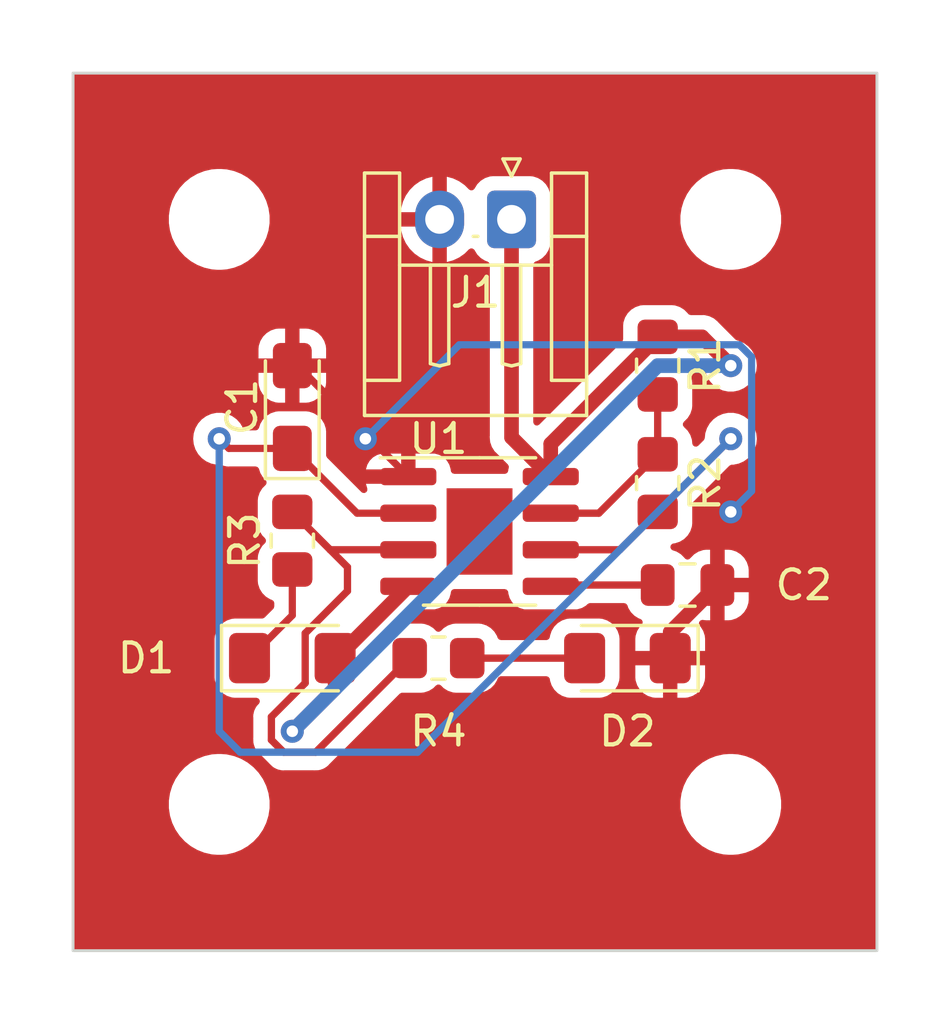
<source format=kicad_pcb>
(kicad_pcb (version 20221018) (generator pcbnew)
  (layers (0 "F.Cu" signal) (31 "B.Cu" signal) (34 "B.Paste" user) (35 "F.Paste" user) (36 "B.SilkS" user "B.Silkscreen") (37 "F.SilkS" user "F.Silkscreen") (38 "B.Mask" user) (39 "F.Mask" user) (44 "Edge.Cuts" user))
  (net 0 "")
  (net 1 "/pin_2")
  (net 2 "GND")
  (net 3 "Net-(U1-CV)")
  (net 4 "Net-(D1-K)")
  (net 5 "+9V")
  (net 6 "Net-(D2-A)")
  (net 7 "/pin_7")
  (net 8 "/pin_3")
  (footprint "Package_SO:SOIC-8-1EP_3.9x4.9mm_P1.27mm_EP2.29x3mm" (layer "F.Cu") (at 146.2075 102.28)
    (fp_text reference "U1" (at -1.4275 -3.22) (layer "F.SilkS"))
    (fp_text value "NE555D")
    (fp_line (start 0 -2.56) (end -3.45 -2.56) (stroke (width 0.12)) (layer "F.SilkS"))
    (fp_line (start 0 -2.56) (end 1.95 -2.56) (stroke (width 0.12)) (layer "F.SilkS"))
    (fp_line (start 0 2.56) (end -1.95 2.56) (stroke (width 0.12)) (layer "F.SilkS"))
    (fp_line (start 0 2.56) (end 1.95 2.56) (stroke (width 0.12)) (layer "F.SilkS"))
    (pad "1" smd roundrect (at -2.475 -1.905) (size 1.95 0.6) (layers "F.Cu" "F.Paste" "F.Mask") (net 2 "GND"))
    (pad "2" smd roundrect (at -2.475 -0.635) (size 1.95 0.6) (layers "F.Cu" "F.Paste" "F.Mask") (net 1 "/pin_2"))
    (pad "3" smd roundrect (at -2.475 0.635) (size 1.95 0.6) (layers "F.Cu" "F.Paste" "F.Mask") (net 8 "/pin_3"))
    (pad "4" smd roundrect (at -2.475 1.905) (size 1.95 0.6) (layers "F.Cu" "F.Paste" "F.Mask") (net 5 "+9V"))
    (pad "5" smd roundrect (at 2.475 1.905) (size 1.95 0.6) (layers "F.Cu" "F.Paste" "F.Mask") (net 3 "Net-(U1-CV)"))
    (pad "6" smd roundrect (at 2.475 0.635) (size 1.95 0.6) (layers "F.Cu" "F.Paste" "F.Mask") (net 1 "/pin_2"))
    (pad "7" smd roundrect (at 2.475 -0.635) (size 1.95 0.6) (layers "F.Cu" "F.Paste" "F.Mask") (net 7 "/pin_7"))
    (pad "8" smd roundrect (at 2.475 -1.905) (size 1.95 0.6) (layers "F.Cu" "F.Paste" "F.Mask") (net 5 "+9V"))
    (pad "9" smd rect (at 0 0) (size 2.29 3) (layers "F.Cu" "F.Mask"))
  )
  (footprint "Capacitor_Tantalum_SMD:CP_EIA-3216-18_Kemet-A_Pad1.58x1.35mm_HandSolder" (layer "F.Cu") (at 139.7 97.9575 90)
    (fp_text reference "C1" (at 0 -1.75 90) (layer "F.SilkS"))
    (fp_text value "10μF")
    (fp_line (start -2.485 -0.935) (end -2.485 0.935) (stroke (width 0.12)) (layer "F.SilkS"))
    (fp_line (start -2.485 0.935) (end 1.6 0.935) (stroke (width 0.12)) (layer "F.SilkS"))
    (fp_line (start 1.6 -0.935) (end -2.485 -0.935) (stroke (width 0.12)) (layer "F.SilkS"))
    (pad "1" smd roundrect (at -1.4375 0 90) (size 1.575 1.35) (layers "F.Cu" "F.Paste" "F.Mask") (roundrect_rratio 0.1851851852) (net 1 "/pin_2"))
    (pad "2" smd roundrect (at 1.4375 0 90) (size 1.575 1.35) (layers "F.Cu" "F.Paste" "F.Mask") (roundrect_rratio 0.1851851852) (net 2 "GND"))
  )
  (footprint "Capacitor_SMD:C_0805_2012Metric_Pad1.18x1.45mm_HandSolder" (layer "F.Cu") (at 153.4375 104.14)
    (fp_text reference "C2" (at 4.0425 0) (layer "F.SilkS"))
    (fp_text value "0.01μF")
    (fp_line (start -0.261252 -0.735) (end 0.261252 -0.735) (stroke (width 0.12)) (layer "F.SilkS"))
    (fp_line (start -0.261252 0.735) (end 0.261252 0.735) (stroke (width 0.12)) (layer "F.SilkS"))
    (pad "1" smd roundrect (at -1.0375 0) (size 1.175 1.45) (layers "F.Cu" "F.Paste" "F.Mask") (roundrect_rratio 0.2127659574) (net 3 "Net-(U1-CV)"))
    (pad "2" smd roundrect (at 1.0375 0) (size 1.175 1.45) (layers "F.Cu" "F.Paste" "F.Mask") (roundrect_rratio 0.2127659574) (net 2 "GND"))
  )
  (footprint "Resistor_SMD:R_0805_2012Metric_Pad1.20x1.40mm_HandSolder" (layer "F.Cu") (at 152.4 96.52 -90)
    (fp_text reference "R1" (at 0 -1.65 90) (layer "F.SilkS"))
    (fp_text value "1k")
    (fp_line (start -0.227064 -0.735) (end 0.227064 -0.735) (stroke (width 0.12)) (layer "F.SilkS"))
    (fp_line (start -0.227064 0.735) (end 0.227064 0.735) (stroke (width 0.12)) (layer "F.SilkS"))
    (pad "1" smd roundrect (at -1 0 270) (size 1.2 1.4) (layers "F.Cu" "F.Paste" "F.Mask") (roundrect_rratio 0.2083333333) (net 5 "+9V"))
    (pad "2" smd roundrect (at 1 0 270) (size 1.2 1.4) (layers "F.Cu" "F.Paste" "F.Mask") (roundrect_rratio 0.2083333333) (net 7 "/pin_7"))
  )
  (footprint "Resistor_SMD:R_0805_2012Metric_Pad1.20x1.40mm_HandSolder" (layer "F.Cu") (at 152.4 100.6 -90)
    (fp_text reference "R2" (at 0 -1.65 90) (layer "F.SilkS"))
    (fp_text value "10k")
    (fp_line (start -0.227064 -0.735) (end 0.227064 -0.735) (stroke (width 0.12)) (layer "F.SilkS"))
    (fp_line (start -0.227064 0.735) (end 0.227064 0.735) (stroke (width 0.12)) (layer "F.SilkS"))
    (pad "1" smd roundrect (at -1 0 270) (size 1.2 1.4) (layers "F.Cu" "F.Paste" "F.Mask") (roundrect_rratio 0.2083333333) (net 7 "/pin_7"))
    (pad "2" smd roundrect (at 1 0 270) (size 1.2 1.4) (layers "F.Cu" "F.Paste" "F.Mask") (roundrect_rratio 0.2083333333) (net 1 "/pin_2"))
  )
  (footprint "LED_SMD:LED_1206_3216Metric_Pad1.42x1.75mm_HandSolder" (layer "F.Cu") (at 151.3475 106.68 180)
    (fp_text reference "D2" (at 0 -2.54) (layer "F.SilkS"))
    (fp_text value "LED")
    (fp_line (start -2.46 -1.135) (end -2.46 1.135) (stroke (width 0.12)) (layer "F.SilkS"))
    (fp_line (start -2.46 1.135) (end 1.6 1.135) (stroke (width 0.12)) (layer "F.SilkS"))
    (fp_line (start 1.6 -1.135) (end -2.46 -1.135) (stroke (width 0.12)) (layer "F.SilkS"))
    (pad "1" smd roundrect (at -1.4875 0 180) (size 1.425 1.75) (layers "F.Cu" "F.Paste" "F.Mask") (roundrect_rratio 0.1754392982) (net 2 "GND"))
    (pad "2" smd roundrect (at 1.4875 0 180) (size 1.425 1.75) (layers "F.Cu" "F.Paste" "F.Mask") (roundrect_rratio 0.1754392982) (net 6 "Net-(D2-A)"))
  )
  (footprint "LED_SMD:LED_1206_3216Metric_Pad1.42x1.75mm_HandSolder" (layer "F.Cu") (at 139.7 106.68)
    (fp_text reference "D1" (at -5.08 0) (layer "F.SilkS"))
    (fp_text value "LED")
    (fp_line (start -2.46 -1.135) (end -2.46 1.135) (stroke (width 0.12)) (layer "F.SilkS"))
    (fp_line (start -2.46 1.135) (end 1.6 1.135) (stroke (width 0.12)) (layer "F.SilkS"))
    (fp_line (start 1.6 -1.135) (end -2.46 -1.135) (stroke (width 0.12)) (layer "F.SilkS"))
    (pad "1" smd roundrect (at -1.4875 0) (size 1.425 1.75) (layers "F.Cu" "F.Paste" "F.Mask") (roundrect_rratio 0.1754392982) (net 4 "Net-(D1-K)"))
    (pad "2" smd roundrect (at 1.4875 0) (size 1.425 1.75) (layers "F.Cu" "F.Paste" "F.Mask") (roundrect_rratio 0.1754392982) (net 5 "+9V"))
  )
  (footprint "MountingHole:MountingHole_3mm" (layer "F.Cu") (at 154.94 91.44)
    (fp_text reference "REF**" hide)
    (fp_text value "MountingHole_3mm")
    (pad "" np_thru_hole circle (at 0 0) (size 3 3) (drill 3) (layers "*.Cu" "*.Mask"))
  )
  (footprint "MountingHole:MountingHole_3mm" (layer "F.Cu") (at 137.16 111.76)
    (fp_text reference "REF**" hide)
    (fp_text value "MountingHole_3mm")
    (pad "" np_thru_hole circle (at 0 0) (size 3 3) (drill 3) (layers "*.Cu" "*.Mask"))
  )
  (footprint "Connector_JST:JST_EH_S2B-EH_1x02_P2.50mm_Horizontal" (layer "F.Cu") (at 147.32 91.44 180)
    (fp_text reference "J1" (at 1.25 -2.54) (layer "F.SilkS"))
    (fp_text value "Conn_01x02_Pin")
    (fp_line (start -2.61 -6.81) (end 5.11 -6.81) (stroke (width 0.12)) (layer "F.SilkS"))
    (fp_line (start -2.61 -5.59) (end -1.39 -5.59) (stroke (width 0.12)) (layer "F.SilkS"))
    (fp_line (start -2.61 1.61) (end -2.61 -6.81) (stroke (width 0.12)) (layer "F.SilkS"))
    (fp_line (start -1.39 -5.59) (end -1.39 -0.59) (stroke (width 0.12)) (layer "F.SilkS"))
    (fp_line (start -1.39 -1.59) (end 3.89 -1.59) (stroke (width 0.12)) (layer "F.SilkS"))
    (fp_line (start -1.39 -0.59) (end -2.61 -0.59) (stroke (width 0.12)) (layer "F.SilkS"))
    (fp_line (start -1.39 -0.59) (end -1.39 1.61) (stroke (width 0.12)) (layer "F.SilkS"))
    (fp_line (start -1.39 1.61) (end -2.61 1.61) (stroke (width 0.12)) (layer "F.SilkS"))
    (fp_line (start -0.32 -5.01) (end 0 -5.09) (stroke (width 0.12)) (layer "F.SilkS"))
    (fp_line (start -0.32 -1.59) (end -0.32 -5.01) (stroke (width 0.12)) (layer "F.SilkS"))
    (fp_line (start -0.3 2.1) (end 0.3 2.1) (stroke (width 0.12)) (layer "F.SilkS"))
    (fp_line (start 0 -5.09) (end 0.32 -5.01) (stroke (width 0.12)) (layer "F.SilkS"))
    (fp_line (start 0 -1.59) (end -0.32 -1.59) (stroke (width 0.12)) (layer "F.SilkS"))
    (fp_line (start 0 1.5) (end -0.3 2.1) (stroke (width 0.12)) (layer "F.SilkS"))
    (fp_line (start 0.3 2.1) (end 0 1.5) (stroke (width 0.12)) (layer "F.SilkS"))
    (fp_line (start 0.32 -5.01) (end 0.32 -1.59) (stroke (width 0.12)) (layer "F.SilkS"))
    (fp_line (start 0.32 -1.59) (end 0 -1.59) (stroke (width 0.12)) (layer "F.SilkS"))
    (fp_line (start 1.17 -0.59) (end 1.33 -0.59) (stroke (width 0.12)) (layer "F.SilkS"))
    (fp_line (start 2.18 -5.01) (end 2.5 -5.09) (stroke (width 0.12)) (layer "F.SilkS"))
    (fp_line (start 2.18 -1.59) (end 2.18 -5.01) (stroke (width 0.12)) (layer "F.SilkS"))
    (fp_line (start 2.5 -5.09) (end 2.82 -5.01) (stroke (width 0.12)) (layer "F.SilkS"))
    (fp_line (start 2.5 -1.59) (end 2.18 -1.59) (stroke (width 0.12)) (layer "F.SilkS"))
    (fp_line (start 2.82 -5.01) (end 2.82 -1.59) (stroke (width 0.12)) (layer "F.SilkS"))
    (fp_line (start 2.82 -1.59) (end 2.5 -1.59) (stroke (width 0.12)) (layer "F.SilkS"))
    (fp_line (start 3.89 -5.59) (end 3.89 -0.59) (stroke (width 0.12)) (layer "F.SilkS"))
    (fp_line (start 3.89 -0.59) (end 5.11 -0.59) (stroke (width 0.12)) (layer "F.SilkS"))
    (fp_line (start 3.89 1.61) (end 3.89 -0.59) (stroke (width 0.12)) (layer "F.SilkS"))
    (fp_line (start 5.11 -6.81) (end 5.11 1.61) (stroke (width 0.12)) (layer "F.SilkS"))
    (fp_line (start 5.11 -5.59) (end 3.89 -5.59) (stroke (width 0.12)) (layer "F.SilkS"))
    (fp_line (start 5.11 1.61) (end 3.89 1.61) (stroke (width 0.12)) (layer "F.SilkS"))
    (pad "1" thru_hole roundrect (at 0 0 180) (size 1.7 2) (drill 1) (layers "*.Cu" "*.Mask") (roundrect_rratio 0.1470588235) (net 5 "+9V"))
    (pad "2" thru_hole oval (at 2.5 0 180) (size 1.7 2) (drill 1) (layers "*.Cu" "*.Mask") (net 2 "GND"))
  )
  (footprint "MountingHole:MountingHole_3mm" (layer "F.Cu") (at 137.16 91.44)
    (fp_text reference "REF**" hide)
    (fp_text value "MountingHole_3mm")
    (pad "" np_thru_hole circle (at 0 0) (size 3 3) (drill 3) (layers "*.Cu" "*.Mask"))
  )
  (footprint "Resistor_SMD:R_0805_2012Metric_Pad1.20x1.40mm_HandSolder" (layer "F.Cu") (at 144.78 106.68)
    (fp_text reference "R4" (at 0 2.54) (layer "F.SilkS"))
    (fp_text value "1k")
    (fp_line (start -0.227064 -0.735) (end 0.227064 -0.735) (stroke (width 0.12)) (layer "F.SilkS"))
    (fp_line (start -0.227064 0.735) (end 0.227064 0.735) (stroke (width 0.12)) (layer "F.SilkS"))
    (pad "1" smd roundrect (at -1 0) (size 1.2 1.4) (layers "F.Cu" "F.Paste" "F.Mask") (roundrect_rratio 0.2083333333) (net 8 "/pin_3"))
    (pad "2" smd roundrect (at 1 0) (size 1.2 1.4) (layers "F.Cu" "F.Paste" "F.Mask") (roundrect_rratio 0.2083333333) (net 6 "Net-(D2-A)"))
  )
  (footprint "Resistor_SMD:R_0805_2012Metric_Pad1.20x1.40mm_HandSolder" (layer "F.Cu") (at 139.7 102.6 90)
    (fp_text reference "R3" (at 0 -1.65 90) (layer "F.SilkS"))
    (fp_text value "1k")
    (fp_line (start -0.227064 -0.735) (end 0.227064 -0.735) (stroke (width 0.12)) (layer "F.SilkS"))
    (fp_line (start -0.227064 0.735) (end 0.227064 0.735) (stroke (width 0.12)) (layer "F.SilkS"))
    (pad "1" smd roundrect (at -1 0 90) (size 1.2 1.4) (layers "F.Cu" "F.Paste" "F.Mask") (roundrect_rratio 0.2083333333) (net 4 "Net-(D1-K)"))
    (pad "2" smd roundrect (at 1 0 90) (size 1.2 1.4) (layers "F.Cu" "F.Paste" "F.Mask") (roundrect_rratio 0.2083333333) (net 8 "/pin_3"))
  )
  (footprint "MountingHole:MountingHole_3mm" (layer "F.Cu") (at 154.94 111.76)
    (fp_text reference "REF**" hide)
    (fp_text value "MountingHole_3mm")
    (pad "" np_thru_hole circle (at 0 0) (size 3 3) (drill 3) (layers "*.Cu" "*.Mask"))
  )
  (gr_rect (start 132.08 86.36) (end 160.02 116.84) (stroke (width 0.1)) (fill none) (layer "Edge.Cuts"))
  (segment (start 152.4 101.6) (end 151.085 102.915) (width 0.254) (layer "F.Cu") (net 1))
  (segment (start 141.95 101.645) (end 143.7325 101.645) (width 0.25) (layer "F.Cu") (net 1))
  (segment (start 139.7 99.0875) (end 139.7 99.395) (width 0.25) (layer "F.Cu") (net 1))
  (segment (start 139.7 99.395) (end 137.495 99.395) (width 0.25) (layer "F.Cu") (net 1))
  (segment (start 152.4 101.6) (end 154.94 99.06) (width 0.254) (layer "F.Cu") (net 1))
  (segment (start 137.495 99.395) (end 137.16 99.06) (width 0.25) (layer "F.Cu") (net 1))
  (segment (start 139.7 99.395) (end 141.95 101.645) (width 0.25) (layer "F.Cu") (net 1))
  (segment (start 151.085 102.915) (end 148.6825 102.915) (width 0.254) (layer "F.Cu") (net 1))
  (via (at 137.16 99.06) (size 0.8) (drill 0.4) (layers "F.Cu" "B.Cu") (net 1))
  (via (at 154.94 99.06) (size 0.8) (drill 0.4) (layers "F.Cu" "B.Cu") (net 1))
  (segment (start 137.887 109.947) (end 137.16 109.22) (width 0.254) (layer "B.Cu") (net 1))
  (segment (start 154.94 99.06) (end 144.053 109.947) (width 0.254) (layer "B.Cu") (net 1))
  (segment (start 144.053 109.947) (end 137.887 109.947) (width 0.254) (layer "B.Cu") (net 1))
  (segment (start 137.16 109.22) (end 137.16 99.06) (width 0.254) (layer "B.Cu") (net 1))
  (segment (start 142.4175 99.06) (end 143.7325 100.375) (width 0.25) (layer "F.Cu") (net 2))
  (segment (start 154.475 102.065) (end 154.94 101.6) (width 0.508) (layer "F.Cu") (net 2))
  (segment (start 139.7 96.52) (end 139.8775 96.52) (width 0.25) (layer "F.Cu") (net 2))
  (segment (start 142.24 98.8825) (end 142.24 99.06) (width 0.25) (layer "F.Cu") (net 2))
  (segment (start 152.835 105.78) (end 154.475 104.14) (width 0.508) (layer "F.Cu") (net 2))
  (segment (start 152.835 106.68) (end 152.835 105.78) (width 0.508) (layer "F.Cu") (net 2))
  (segment (start 142.24 99.06) (end 142.4175 99.06) (width 0.25) (layer "F.Cu") (net 2))
  (segment (start 154.475 104.14) (end 154.475 102.065) (width 0.508) (layer "F.Cu") (net 2))
  (segment (start 139.8775 96.52) (end 142.24 98.8825) (width 0.25) (layer "F.Cu") (net 2))
  (via (at 142.24 99.06) (size 0.8) (drill 0.4) (layers "F.Cu" "B.Cu") (net 2))
  (via (at 154.94 101.6) (size 0.8) (drill 0.4) (layers "F.Cu" "B.Cu") (net 2))
  (segment (start 145.505 95.795) (end 155.240305 95.795) (width 0.25) (layer "B.Cu") (net 2))
  (segment (start 155.665 100.875) (end 154.94 101.6) (width 0.25) (layer "B.Cu") (net 2))
  (segment (start 155.665 96.219695) (end 155.665 100.875) (width 0.25) (layer "B.Cu") (net 2))
  (segment (start 155.240305 95.795) (end 155.665 96.219695) (width 0.25) (layer "B.Cu") (net 2))
  (segment (start 142.24 99.06) (end 145.505 95.795) (width 0.25) (layer "B.Cu") (net 2))
  (segment (start 152.4 104.14) (end 148.7275 104.14) (width 0.254) (layer "F.Cu") (net 3))
  (segment (start 148.7275 104.14) (end 148.6825 104.185) (width 0.254) (layer "F.Cu") (net 3))
  (segment (start 139.7 103.6) (end 139.7 105.1925) (width 0.25) (layer "F.Cu") (net 4))
  (segment (start 139.7 105.1925) (end 138.2125 106.68) (width 0.25) (layer "F.Cu") (net 4))
  (segment (start 141.1875 106.68) (end 141.2375 106.68) (width 0.508) (layer "F.Cu") (net 5))
  (segment (start 148.6825 99.2375) (end 148.6825 100.375) (width 0.508) (layer "F.Cu") (net 5))
  (segment (start 152.4 95.52) (end 148.6825 99.2375) (width 0.508) (layer "F.Cu") (net 5))
  (segment (start 147.32 99.0125) (end 147.32 91.44) (width 0.508) (layer "F.Cu") (net 5))
  (segment (start 148.6825 100.375) (end 147.32 99.0125) (width 0.508) (layer "F.Cu") (net 5))
  (segment (start 152.4 95.52) (end 153.94 95.52) (width 0.508) (layer "F.Cu") (net 5))
  (segment (start 141.1875 107.7325) (end 139.7 109.22) (width 0.508) (layer "F.Cu") (net 5))
  (segment (start 153.94 95.52) (end 154.94 96.52) (width 0.508) (layer "F.Cu") (net 5))
  (segment (start 141.2375 106.68) (end 143.7325 104.185) (width 0.508) (layer "F.Cu") (net 5))
  (segment (start 141.1875 106.68) (end 141.1875 107.7325) (width 0.508) (layer "F.Cu") (net 5))
  (via (at 154.94 96.52) (size 0.8) (drill 0.4) (layers "F.Cu" "B.Cu") (net 5))
  (via (at 139.7 109.22) (size 0.8) (drill 0.4) (layers "F.Cu" "B.Cu") (net 5))
  (segment (start 152.4 96.52) (end 154.94 96.52) (width 0.508) (layer "B.Cu") (net 5))
  (segment (start 139.7 109.22) (end 152.4 96.52) (width 0.508) (layer "B.Cu") (net 5))
  (segment (start 145.78 106.68) (end 149.86 106.68) (width 0.254) (layer "F.Cu") (net 6))
  (segment (start 152.4 99.6) (end 150.355 101.645) (width 0.254) (layer "F.Cu") (net 7))
  (segment (start 150.355 101.645) (end 148.6825 101.645) (width 0.254) (layer "F.Cu") (net 7))
  (segment (start 152.4 99.6) (end 152.4 97.52) (width 0.254) (layer "F.Cu") (net 7))
  (segment (start 139.7 101.6) (end 141.015 102.915) (width 0.254) (layer "F.Cu") (net 8))
  (segment (start 138.973 108.719) (end 140.148 107.544) (width 0.254) (layer "F.Cu") (net 8))
  (segment (start 141.617842 103.517842) (end 141.015 102.915) (width 0.254) (layer "F.Cu") (net 8))
  (segment (start 141.617842 104.346158) (end 141.617842 103.517842) (width 0.254) (layer "F.Cu") (net 8))
  (segment (start 143.78 106.68) (end 140.513 109.947) (width 0.254) (layer "F.Cu") (net 8))
  (segment (start 138.973 109.521134) (end 138.973 108.719) (width 0.254) (layer "F.Cu") (net 8))
  (segment (start 140.148 107.544) (end 140.148 105.816) (width 0.254) (layer "F.Cu") (net 8))
  (segment (start 140.148 105.816) (end 141.617842 104.346158) (width 0.254) (layer "F.Cu") (net 8))
  (segment (start 140.513 109.947) (end 139.398866 109.947) (width 0.254) (layer "F.Cu") (net 8))
  (segment (start 139.398866 109.947) (end 138.973 109.521134) (width 0.254) (layer "F.Cu") (net 8))
  (segment (start 141.015 102.915) (end 143.7325 102.915) (width 0.254) (layer "F.Cu") (net 8))
  (zone (net 2) (net_name "GND") (layer "F.Cu") (connect_pads (clearance 0.5)) (min_thickness 0.25) (fill yes (thermal_gap 0.5) (thermal_bridge_width 0.5))
    (polygon (pts (xy 129.54 83.82) (xy 162.56 83.82) (xy 162.56 119.38) (xy 129.54 119.38)))
  )
)
</source>
